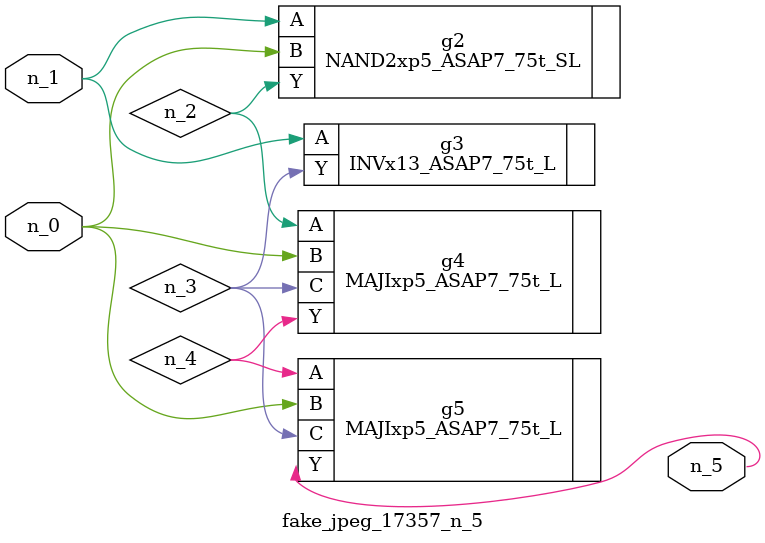
<source format=v>
module fake_jpeg_17357_n_5 (n_0, n_1, n_5);

input n_0;
input n_1;

output n_5;

wire n_3;
wire n_2;
wire n_4;

NAND2xp5_ASAP7_75t_SL g2 ( 
.A(n_1),
.B(n_0),
.Y(n_2)
);

INVx13_ASAP7_75t_L g3 ( 
.A(n_1),
.Y(n_3)
);

MAJIxp5_ASAP7_75t_L g4 ( 
.A(n_2),
.B(n_0),
.C(n_3),
.Y(n_4)
);

MAJIxp5_ASAP7_75t_L g5 ( 
.A(n_4),
.B(n_0),
.C(n_3),
.Y(n_5)
);


endmodule
</source>
